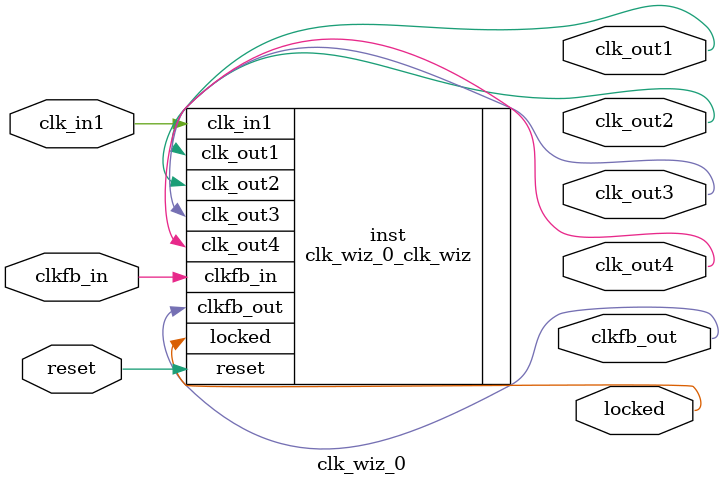
<source format=v>


`timescale 1ps/1ps

(* CORE_GENERATION_INFO = "clk_wiz_0,clk_wiz_v6_0_9_0_0,{component_name=clk_wiz_0,use_phase_alignment=true,use_min_o_jitter=false,use_max_i_jitter=false,use_dyn_phase_shift=false,use_inclk_switchover=false,use_dyn_reconfig=false,enable_axi=0,feedback_source=FDBK_ONCHIP,PRIMITIVE=MMCM,num_out_clk=4,clkin1_period=26.936,clkin2_period=10.0,use_power_down=false,use_reset=true,use_locked=true,use_inclk_stopped=false,feedback_type=SINGLE,CLOCK_MGR_TYPE=NA,manual_override=false}" *)

module clk_wiz_0 
 (
  input         clkfb_in,
  // Clock out ports
  output        clk_out1,
  output        clk_out2,
  output        clk_out3,
  output        clk_out4,
  output        clkfb_out,
  // Status and control signals
  input         reset,
  output        locked,
 // Clock in ports
  input         clk_in1
 );

  clk_wiz_0_clk_wiz inst
  (
  .clkfb_in(clkfb_in),
  // Clock out ports  
  .clk_out1(clk_out1),
  .clk_out2(clk_out2),
  .clk_out3(clk_out3),
  .clk_out4(clk_out4),
  .clkfb_out(clkfb_out),
  // Status and control signals               
  .reset(reset), 
  .locked(locked),
 // Clock in ports
  .clk_in1(clk_in1)
  );

endmodule

</source>
